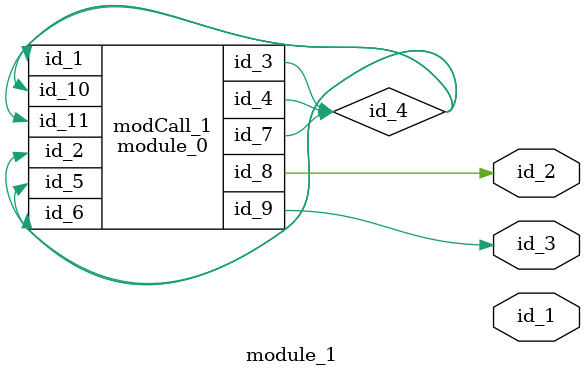
<source format=v>
module module_0 (
    id_1,
    id_2,
    id_3,
    id_4,
    id_5,
    id_6,
    id_7,
    id_8,
    id_9,
    id_10,
    id_11
);
  input wire id_11;
  input wire id_10;
  output wire id_9;
  output wire id_8;
  inout wire id_7;
  input wire id_6;
  input wire id_5;
  inout wire id_4;
  output wire id_3;
  input wire id_2;
  input wire id_1;
  always_ff $display(id_6, 1, 1);
  wire id_12, id_13, id_14;
  wire id_15, id_16, id_17;
  wire id_18;
  wor  id_19;
  assign id_19 = 1'h0;
  wire id_20, id_21, id_22;
endmodule
module module_1 (
    id_1,
    id_2,
    id_3
);
  output wire id_3;
  output wire id_2;
  output wire id_1;
  wire id_4;
  module_0 modCall_1 (
      id_4,
      id_4,
      id_4,
      id_4,
      id_4,
      id_4,
      id_4,
      id_2,
      id_3,
      id_4,
      id_4
  );
endmodule

</source>
